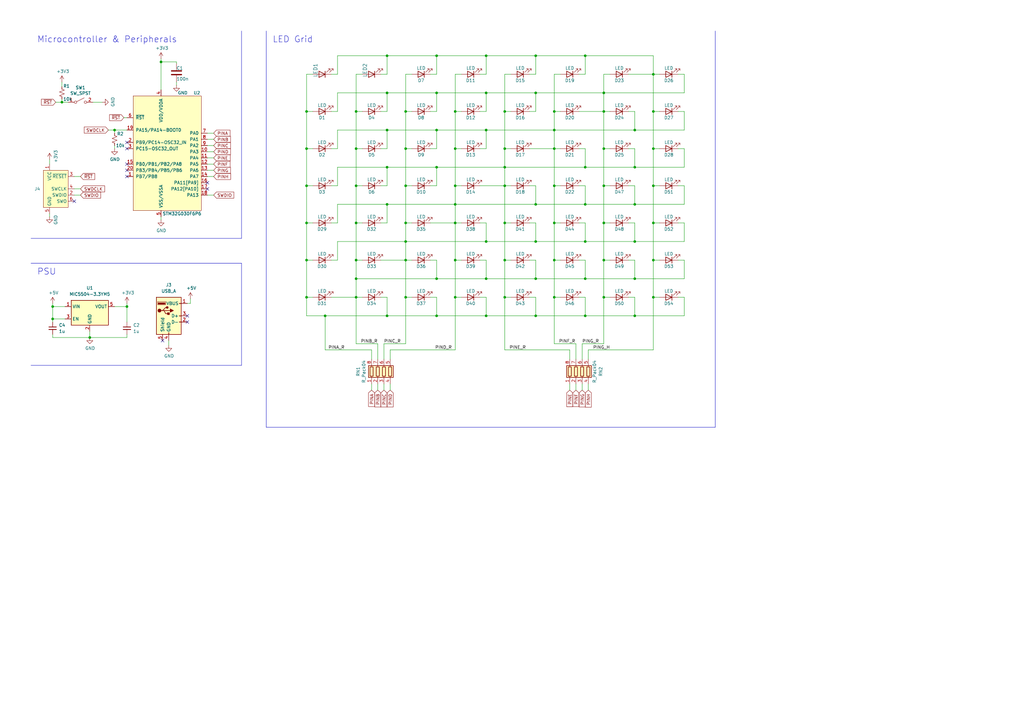
<source format=kicad_sch>
(kicad_sch (version 20230121) (generator eeschema)
  (paper "A3")
  (title_block (title "Business Card PCB") (date "2020-05-23") (rev "3"))
  (lib_symbols
    (symbol "Connector:Conn_ARM_SWD_TagConnect_TC2030" (in_bom no)
      (property "Reference" "J" (at 2.54 11.43 0))
      (property "Value" "Conn_ARM_SWD_TagConnect_TC2030" (at 5.08 8.89 0))
      (symbol "Conn_ARM_SWD_TagConnect_TC2030_0_0"
        (pin power_in line (at -2.54 10.16 270) (length 2.54) (name "VCC") (number "1"))
        (pin bidirectional line (at 7.62 -2.54 180) (length 2.54) (name "SWDIO") (number "2"))
        (pin open_collector line (at 7.62 5.08 180) (length 2.54) (name "~{RESET}") (number "3"))
        (pin output line (at 7.62 0 180) (length 2.54) (name "SWCLK") (number "4"))
        (pin power_in line (at -2.54 -10.16 90) (length 2.54) (name "GND") (number "5"))
        (pin input line (at 7.62 -5.08 180) (length 2.54) (name "SWO") (number "6"))
      )
    )
    (symbol "Connector:USB_A" (pin_names (offset 1.016))
      (property "Reference" "J" (at -5.08 11.43 0))
      (property "Value" "USB_A" (at -5.08 8.89 0))
      (symbol "USB_A_1_1"
        (pin power_in line (at 7.62 5.08 180) (length 2.54) (name "VBUS") (number "1"))
        (pin bidirectional line (at 7.62 -2.54 180) (length 2.54) (name "D-") (number "2"))
        (pin bidirectional line (at 7.62 0 180) (length 2.54) (name "D+") (number "3"))
        (pin power_in line (at 0 -10.16 90) (length 2.54) (name "GND") (number "4"))
        (pin passive line (at -2.54 -10.16 90) (length 2.54) (name "Shield") (number "5"))
      )
    )
    (symbol "Device:C" (pin_numbers hide) (pin_names (offset 0.254))
      (property "Reference" "C" (at 0.635 2.54 0))
      (property "Value" "C" (at 0.635 -2.54 0))
      (symbol "C_1_1"
        (pin passive line (at 0 3.81 270) (length 2.794) (name "~") (number "1"))
        (pin passive line (at 0 -3.81 90) (length 2.794) (name "~") (number "2"))
      )
    )
    (symbol "Device:C_Small" (pin_numbers hide) (pin_names (offset 0.254) hide)
      (property "Reference" "C" (at 0.254 1.778 0))
      (property "Value" "C_Small" (at 0.254 -2.032 0))
      (symbol "C_Small_1_1"
        (pin passive line (at 0 2.54 270) (length 2.032) (name "~") (number "1"))
        (pin passive line (at 0 -2.54 90) (length 2.032) (name "~") (number "2"))
      )
    )
    (symbol "Device:R_Pack04" (pin_names (offset 0) hide)
      (property "Reference" "RN" (at -7.62 0 90))
      (property "Value" "R_Pack04" (at 5.08 0 90))
      (symbol "R_Pack04_1_1"
        (pin passive line (at -5.08 -5.08 90) (length 2.54) (name "R1.1") (number "1"))
        (pin passive line (at -2.54 -5.08 90) (length 2.54) (name "R2.1") (number "2"))
        (pin passive line (at 0 -5.08 90) (length 2.54) (name "R3.1") (number "3"))
        (pin passive line (at 2.54 -5.08 90) (length 2.54) (name "R4.1") (number "4"))
        (pin passive line (at 2.54 5.08 270) (length 2.54) (name "R4.2") (number "5"))
        (pin passive line (at 0 5.08 270) (length 2.54) (name "R3.2") (number "6"))
        (pin passive line (at -2.54 5.08 270) (length 2.54) (name "R2.2") (number "7"))
        (pin passive line (at -5.08 5.08 270) (length 2.54) (name "R1.2") (number "8"))
      )
    )
    (symbol "Device:R_Small_US" (pin_numbers hide) (pin_names (offset 0.254) hide)
      (property "Reference" "R" (at 0.762 0.508 0))
      (property "Value" "R_Small_US" (at 0.762 -1.016 0))
      (symbol "R_Small_US_1_1"
        (pin passive line (at 0 2.54 270) (length 1.016) (name "~") (number "1"))
        (pin passive line (at 0 -2.54 90) (length 1.016) (name "~") (number "2"))
      )
    )
    (symbol "Kevin_Lutzer_Lbr:LED" (pin_numbers hide) (pin_names (offset 1.016) hide)
      (property "Reference" "D" (at 0 2.54 0))
      (property "Value" "LED" (at 0 -2.54 0))
      (symbol "LED_1_1"
        (pin passive line (at -3.81 0 0) (length 2.54) (name "K") (number "1"))
        (pin passive line (at 3.81 0 180) (length 2.54) (name "A") (number "2"))
      )
    )
    (symbol "Kevin_Lutzer_Lbr:STM32G030F6P6" (pin_names (offset 1.016))
      (property "Reference" "U" (at -12.7 25.4 0))
      (property "Value" "STM32G030F6P6" (at 6.35 -24.13 0))
      (symbol "STM32G030F6P6_1_1"
        (pin bidirectional line (at -16.51 -8.89 0) (length 2.54) (name "PB7/PB8") (number "1"))
        (pin bidirectional line (at 16.51 1.27 180) (length 2.54) (name "PA3") (number "10"))
        (pin bidirectional line (at 16.51 -1.27 180) (length 2.54) (name "PA4") (number "11"))
        (pin bidirectional line (at 16.51 -3.81 180) (length 2.54) (name "PA5") (number "12"))
        (pin bidirectional line (at 16.51 -6.35 180) (length 2.54) (name "PA6") (number "13"))
        (pin bidirectional line (at 16.51 -8.89 180) (length 2.54) (name "PA7") (number "14"))
        (pin bidirectional line (at -16.51 -3.81 0) (length 2.54) (name "PB0/PB1/PB2/PA8") (number "15"))
        (pin bidirectional line (at 16.51 -11.43 180) (length 2.54) (name "PA11[PA9]") (number "16"))
        (pin bidirectional line (at 16.51 -13.97 180) (length 2.54) (name "PA12[PA10]") (number "17"))
        (pin bidirectional line (at 16.51 -16.51 180) (length 2.54) (name "PA13") (number "18"))
        (pin bidirectional line (at -16.51 10.16 0) (length 2.54) (name "PA15/PA14-BOOT0") (number "19"))
        (pin bidirectional line (at -16.51 5.08 0) (length 2.54) (name "PB9/PC14-OSC32_IN") (number "2"))
        (pin bidirectional line (at -16.51 -6.35 0) (length 2.54) (name "PB3/PB4/PB5/PB6") (number "20"))
        (pin bidirectional line (at -16.51 2.54 0) (length 2.54) (name "PC15-OSC32_OUT") (number "3"))
        (pin power_in line (at -2.54 26.67 270) (length 2.54) (name "VDD/VDDA") (number "4"))
        (pin power_in line (at -2.54 -25.4 90) (length 2.54) (name "VSS/VSSA") (number "5"))
        (pin input line (at -16.51 15.24 0) (length 2.54) (name "~{RST}") (number "6"))
        (pin bidirectional line (at 16.51 8.89 180) (length 2.54) (name "PA0") (number "7"))
        (pin bidirectional line (at 16.51 6.35 180) (length 2.54) (name "PA1") (number "8"))
        (pin bidirectional line (at 16.51 3.81 180) (length 2.54) (name "PA2") (number "9"))
      )
    )
    (symbol "Regulator_Linear:MIC5504-3.3YM5"
      (property "Reference" "U" (at -7.62 8.89 0))
      (property "Value" "MIC5504-3.3YM5" (at -7.62 6.35 0))
      (symbol "MIC5504-3.3YM5_1_1"
        (pin power_in line (at -10.16 2.54 0) (length 2.54) (name "VIN") (number "1"))
        (pin power_in line (at 0 -7.62 90) (length 2.54) (name "GND") (number "2"))
        (pin input line (at -10.16 -2.54 0) (length 2.54) (name "EN") (number "3"))
        (pin no_connect line (at 7.62 -2.54 180) (length 2.54) hide (name "NC") (number "4"))
        (pin power_out line (at 10.16 2.54 180) (length 2.54) (name "VOUT") (number "5"))
      )
    )
    (symbol "Switch:SW_SPST" (pin_names (offset 0) hide)
      (property "Reference" "SW" (at 0 3.175 0))
      (property "Value" "SW_SPST" (at 0 -2.54 0))
      (symbol "SW_SPST_1_1"
        (pin passive line (at -5.08 0 0) (length 2.54) (name "A") (number "1"))
        (pin passive line (at 5.08 0 180) (length 2.54) (name "B") (number "2"))
      )
    )
    (symbol "business_card_v1-rescue:+3.3V-power" (power) (pin_names (offset 0))
      (property "Value" "+3.3V-power" (at 0 3.556 0))
      (symbol "+3.3V-power_1_1"
        (pin power_in line (at 0 0 90) (length 0) hide (name "+3V3") (number "1"))
      )
    )
    (symbol "power:+5V" (power) (pin_names (offset 0))
      (property "Value" "+5V" (at 0 3.556 0))
      (symbol "+5V_1_1"
        (pin power_in line (at 0 0 90) (length 0) hide (name "+5V") (number "1"))
      )
    )
    (symbol "power:GND" (power) (pin_names (offset 0))
      (property "Value" "GND" (at 0 -3.81 0))
      (symbol "GND_1_1"
        (pin power_in line (at 0 0 270) (length 0) hide (name "GND") (number "1"))
      )
    )
  )
  (junction (at 186.69 60.96))
  (junction (at 25.4 41.91))
  (junction (at 227.33 53.34))
  (junction (at 240.03 99.06))
  (junction (at 199.39 129.54))
  (junction (at 146.05 60.96))
  (junction (at 146.05 121.92))
  (junction (at 219.71 22.86))
  (junction (at 227.33 121.92))
  (junction (at 247.65 76.2))
  (junction (at 158.75 68.58))
  (junction (at 158.75 38.1))
  (junction (at 260.35 114.3))
  (junction (at 207.01 76.2))
  (junction (at 240.03 68.58))
  (junction (at 158.75 53.34))
  (junction (at 125.73 121.92))
  (junction (at 166.37 76.2))
  (junction (at 207.01 106.68))
  (junction (at 267.97 76.2))
  (junction (at 219.71 114.3))
  (junction (at 207.01 60.96))
  (junction (at 66.04 25.4))
  (junction (at 146.05 114.3))
  (junction (at 36.83 138.43))
  (junction (at 219.71 99.06))
  (junction (at 199.39 53.34))
  (junction (at 158.75 129.54))
  (junction (at 199.39 38.1))
  (junction (at 247.65 45.72))
  (junction (at 267.97 45.72))
  (junction (at 267.97 91.44))
  (junction (at 179.07 22.86))
  (junction (at 125.73 106.68))
  (junction (at 260.35 68.58))
  (junction (at 179.07 53.34))
  (junction (at 21.59 130.81))
  (junction (at 158.75 22.86))
  (junction (at 166.37 99.06))
  (junction (at 207.01 45.72))
  (junction (at 247.65 60.96))
  (junction (at 267.97 121.92))
  (junction (at 179.07 129.54))
  (junction (at 125.73 45.72))
  (junction (at 166.37 91.44))
  (junction (at 146.05 106.68))
  (junction (at 179.07 114.3))
  (junction (at 199.39 22.86))
  (junction (at 146.05 45.72))
  (junction (at 186.69 83.82))
  (junction (at 179.07 38.1))
  (junction (at 247.65 38.1))
  (junction (at 125.73 60.96))
  (junction (at 207.01 121.92))
  (junction (at 227.33 60.96))
  (junction (at 21.59 125.73))
  (junction (at 179.07 68.58))
  (junction (at 186.69 121.92))
  (junction (at 247.65 106.68))
  (junction (at 260.35 99.06))
  (junction (at 219.71 38.1))
  (junction (at 207.01 91.44))
  (junction (at 227.33 91.44))
  (junction (at 166.37 121.92))
  (junction (at 186.69 91.44))
  (junction (at 240.03 83.82))
  (junction (at 186.69 45.72))
  (junction (at 227.33 106.68))
  (junction (at 247.65 121.92))
  (junction (at 186.69 106.68))
  (junction (at 186.69 76.2))
  (junction (at 125.73 76.2))
  (junction (at 125.73 91.44))
  (junction (at 166.37 60.96))
  (junction (at 219.71 129.54))
  (junction (at 146.05 91.44))
  (junction (at 240.03 114.3))
  (junction (at 133.35 129.54))
  (junction (at 247.65 91.44))
  (junction (at 146.05 76.2))
  (junction (at 260.35 53.34))
  (junction (at 227.33 76.2))
  (junction (at 260.35 83.82))
  (junction (at 227.33 45.72))
  (junction (at 240.03 22.86))
  (junction (at 46.99 53.34))
  (junction (at 267.97 30.48))
  (junction (at 240.03 129.54))
  (junction (at 260.35 129.54))
  (junction (at 158.75 83.82))
  (junction (at 166.37 106.68))
  (junction (at 219.71 83.82))
  (junction (at 207.01 68.58))
  (junction (at 52.07 125.73))
  (junction (at 199.39 99.06))
  (junction (at 166.37 45.72))
  (junction (at 267.97 60.96))
  (junction (at 199.39 114.3))
  (junction (at 267.97 106.68))
  (no_connect (at 52.07 67.31))
  (no_connect (at 52.07 69.85))
  (no_connect (at 85.09 74.93))
  (no_connect (at 85.09 77.47))
  (no_connect (at 30.48 82.55))
  (no_connect (at 52.07 58.42))
  (no_connect (at 52.07 60.96))
  (no_connect (at 52.07 72.39))
  (no_connect (at 76.835 129.54))
  (no_connect (at 76.835 132.08))
  (no_connect (at 66.675 139.7))
  (wire (pts (xy 196.85 30.48) (xy 199.39 30.48)))
  (wire (pts (xy 135.89 30.48) (xy 138.43 30.48)))
  (wire (pts (xy 125.73 129.54) (xy 125.73 121.92)))
  (wire (pts (xy 199.39 106.68) (xy 199.39 114.3)))
  (wire (pts (xy 240.03 114.3) (xy 260.35 114.3)))
  (wire (pts (xy 196.85 106.68) (xy 199.39 106.68)))
  (wire (pts (xy 240.03 30.48) (xy 240.03 22.86)))
  (wire (pts (xy 179.07 68.58) (xy 207.01 68.58)))
  (wire (pts (xy 138.43 53.34) (xy 158.75 53.34)))
  (wire (pts (xy 133.35 129.54) (xy 158.75 129.54)))
  (wire (pts (xy 85.09 64.77) (xy 87.63 64.77)))
  (wire (pts (xy 38.1 41.91) (xy 41.91 41.91)))
  (wire (pts (xy 156.21 91.44) (xy 158.75 91.44)))
  (wire (pts (xy 157.48 140.97) (xy 166.37 140.97)))
  (wire (pts (xy 270.51 76.2) (xy 267.97 76.2)))
  (wire (pts (xy 166.37 140.97) (xy 166.37 121.92)))
  (wire (pts (xy 207.01 68.58) (xy 240.03 68.58)))
  (wire (pts (xy 280.67 106.68) (xy 278.13 106.68)))
  (wire (pts (xy 158.75 83.82) (xy 186.69 83.82)))
  (wire (pts (xy 179.07 38.1) (xy 199.39 38.1)))
  (wire (pts (xy 158.75 129.54) (xy 179.07 129.54)))
  (wire (pts (xy 267.97 60.96) (xy 267.97 76.2)))
  (wire (pts (xy 25.4 41.91) (xy 22.86 41.91)))
  (wire (pts (xy 257.81 121.92) (xy 260.35 121.92)))
  (wire (pts (xy 156.21 45.72) (xy 158.75 45.72)))
  (wire (pts (xy 227.33 53.34) (xy 260.35 53.34)))
  (wire (pts (xy 250.19 91.44) (xy 247.65 91.44)))
  (wire (pts (xy 260.35 114.3) (xy 280.67 114.3)))
  (wire (pts (xy 267.97 106.68) (xy 267.97 121.92)))
  (wire (pts (xy 240.03 91.44) (xy 240.03 99.06)))
  (wire (pts (xy 280.67 91.44) (xy 278.13 91.44)))
  (wire (pts (xy 138.43 83.82) (xy 158.75 83.82)))
  (wire (pts (xy 135.89 121.92) (xy 146.05 121.92)))
  (wire (pts (xy 217.17 76.2) (xy 219.71 76.2)))
  (wire (pts (xy 196.85 60.96) (xy 199.39 60.96)))
  (wire (pts (xy 166.37 30.48) (xy 166.37 45.72)))
  (wire (pts (xy 241.3 160.02) (xy 241.3 157.48)))
  (wire (pts (xy 152.4 147.32) (xy 152.4 143.51)))
  (wire (pts (xy 179.07 45.72) (xy 179.07 38.1)))
  (wire (pts (xy 186.69 91.44) (xy 186.69 106.68)))
  (wire (pts (xy 148.59 76.2) (xy 146.05 76.2)))
  (wire (pts (xy 138.43 30.48) (xy 138.43 22.86)))
  (wire (pts (xy 247.65 38.1) (xy 280.67 38.1)))
  (wire (pts (xy 280.67 83.82) (xy 280.67 76.2)))
  (wire (pts (xy 250.19 60.96) (xy 247.65 60.96)))
  (wire (pts (xy 219.71 129.54) (xy 240.03 129.54)))
  (wire (pts (xy 257.81 45.72) (xy 260.35 45.72)))
  (wire (pts (xy 280.67 68.58) (xy 280.67 60.96)))
  (wire (pts (xy 229.87 76.2) (xy 227.33 76.2)))
  (wire (pts (xy 257.81 91.44) (xy 260.35 91.44)))
  (wire (pts (xy 138.43 45.72) (xy 138.43 38.1)))
  (wire (pts (xy 280.67 121.92) (xy 278.13 121.92)))
  (polyline (pts (xy 99.06 107.95) (xy 99.06 149.86)))
  (wire (pts (xy 179.07 60.96) (xy 176.53 60.96)))
  (wire (pts (xy 238.76 157.48) (xy 238.76 160.02)))
  (wire (pts (xy 219.71 30.48) (xy 219.71 22.86)))
  (wire (pts (xy 238.76 140.97) (xy 247.65 140.97)))
  (wire (pts (xy 133.35 129.54) (xy 125.73 129.54)))
  (wire (pts (xy 135.89 76.2) (xy 138.43 76.2)))
  (wire (pts (xy 247.65 91.44) (xy 247.65 106.68)))
  (wire (pts (xy 233.68 157.48) (xy 233.68 160.02)))
  (wire (pts (xy 85.09 80.01) (xy 87.63 80.01)))
  (wire (pts (xy 270.51 121.92) (xy 267.97 121.92)))
  (wire (pts (xy 257.81 60.96) (xy 260.35 60.96)))
  (wire (pts (xy 160.02 147.32) (xy 160.02 143.51)))
  (wire (pts (xy 146.05 106.68) (xy 146.05 114.3)))
  (wire (pts (xy 247.65 30.48) (xy 250.19 30.48)))
  (wire (pts (xy 267.97 30.48) (xy 270.51 30.48)))
  (wire (pts (xy 125.73 60.96) (xy 125.73 76.2)))
  (wire (pts (xy 260.35 76.2) (xy 260.35 83.82)))
  (wire (pts (xy 196.85 121.92) (xy 199.39 121.92)))
  (wire (pts (xy 179.07 76.2) (xy 179.07 68.58)))
  (wire (pts (xy 158.75 45.72) (xy 158.75 38.1)))
  (wire (pts (xy 219.71 99.06) (xy 240.03 99.06)))
  (wire (pts (xy 166.37 76.2) (xy 166.37 91.44)))
  (wire (pts (xy 189.23 60.96) (xy 186.69 60.96)))
  (wire (pts (xy 166.37 45.72) (xy 168.91 45.72)))
  (wire (pts (xy 189.23 76.2) (xy 186.69 76.2)))
  (wire (pts (xy 217.17 60.96) (xy 227.33 60.96)))
  (wire (pts (xy 146.05 91.44) (xy 146.05 106.68)))
  (wire (pts (xy 158.75 91.44) (xy 158.75 83.82)))
  (wire (pts (xy 241.3 147.32) (xy 241.3 143.51)))
  (wire (pts (xy 219.71 76.2) (xy 219.71 83.82)))
  (wire (pts (xy 146.05 91.44) (xy 148.59 91.44)))
  (wire (pts (xy 233.68 147.32) (xy 233.68 143.51)))
  (polyline (pts (xy 12.7 97.79) (xy 99.06 97.79)))
  (wire (pts (xy 21.59 137.16) (xy 21.59 138.43)))
  (wire (pts (xy 241.3 143.51) (xy 267.97 143.51)))
  (wire (pts (xy 237.49 106.68) (xy 240.03 106.68)))
  (wire (pts (xy 20.32 65.405) (xy 20.32 67.31)))
  (wire (pts (xy 146.05 140.97) (xy 146.05 121.92)))
  (wire (pts (xy 227.33 91.44) (xy 227.33 106.68)))
  (wire (pts (xy 237.49 30.48) (xy 240.03 30.48)))
  (wire (pts (xy 152.4 143.51) (xy 133.35 143.51)))
  (wire (pts (xy 229.87 91.44) (xy 227.33 91.44)))
  (wire (pts (xy 146.05 45.72) (xy 148.59 45.72)))
  (wire (pts (xy 26.67 130.81) (xy 21.59 130.81)))
  (wire (pts (xy 166.37 99.06) (xy 166.37 106.68)))
  (wire (pts (xy 219.71 38.1) (xy 247.65 38.1)))
  (wire (pts (xy 21.59 130.81) (xy 21.59 132.08)))
  (wire (pts (xy 138.43 22.86) (xy 158.75 22.86)))
  (wire (pts (xy 176.53 91.44) (xy 186.69 91.44)))
  (wire (pts (xy 46.99 53.34) (xy 46.99 54.61)))
  (wire (pts (xy 227.33 76.2) (xy 227.33 91.44)))
  (wire (pts (xy 186.69 106.68) (xy 186.69 121.92)))
  (wire (pts (xy 219.71 83.82) (xy 240.03 83.82)))
  (wire (pts (xy 209.55 91.44) (xy 207.01 91.44)))
  (wire (pts (xy 46.99 53.34) (xy 52.07 53.34)))
  (wire (pts (xy 247.65 121.92) (xy 247.65 140.97)))
  (wire (pts (xy 69.215 139.7) (xy 69.215 141.605)))
  (wire (pts (xy 146.05 30.48) (xy 148.59 30.48)))
  (wire (pts (xy 207.01 106.68) (xy 209.55 106.68)))
  (wire (pts (xy 250.19 106.68) (xy 247.65 106.68)))
  (wire (pts (xy 240.03 60.96) (xy 240.03 68.58)))
  (wire (pts (xy 227.33 106.68) (xy 227.33 121.92)))
  (wire (pts (xy 154.94 147.32) (xy 154.94 140.97)))
  (wire (pts (xy 135.89 45.72) (xy 138.43 45.72)))
  (wire (pts (xy 186.69 76.2) (xy 186.69 83.82)))
  (wire (pts (xy 270.51 45.72) (xy 267.97 45.72)))
  (wire (pts (xy 30.48 80.01) (xy 33.02 80.01)))
  (wire (pts (xy 237.49 91.44) (xy 240.03 91.44)))
  (wire (pts (xy 52.07 125.73) (xy 52.07 132.08)))
  (wire (pts (xy 168.91 106.68) (xy 166.37 106.68)))
  (wire (pts (xy 247.65 38.1) (xy 247.65 45.72)))
  (wire (pts (xy 21.59 138.43) (xy 36.83 138.43)))
  (wire (pts (xy 176.53 121.92) (xy 179.07 121.92)))
  (wire (pts (xy 179.07 53.34) (xy 199.39 53.34)))
  (wire (pts (xy 85.09 57.15) (xy 87.63 57.15)))
  (wire (pts (xy 21.59 125.73) (xy 21.59 130.81)))
  (wire (pts (xy 196.85 45.72) (xy 199.39 45.72)))
  (wire (pts (xy 217.17 91.44) (xy 219.71 91.44)))
  (wire (pts (xy 138.43 38.1) (xy 158.75 38.1)))
  (wire (pts (xy 85.09 54.61) (xy 87.63 54.61)))
  (wire (pts (xy 280.67 114.3) (xy 280.67 106.68)))
  (wire (pts (xy 36.83 138.43) (xy 36.83 135.89)))
  (wire (pts (xy 179.07 30.48) (xy 179.07 22.86)))
  (wire (pts (xy 158.75 30.48) (xy 158.75 22.86)))
  (wire (pts (xy 78.105 124.46) (xy 78.105 122.555)))
  (wire (pts (xy 240.03 83.82) (xy 260.35 83.82)))
  (wire (pts (xy 176.53 45.72) (xy 179.07 45.72)))
  (wire (pts (xy 125.73 121.92) (xy 128.27 121.92)))
  (wire (pts (xy 207.01 30.48) (xy 207.01 45.72)))
  (wire (pts (xy 160.02 160.02) (xy 160.02 157.48)))
  (wire (pts (xy 176.53 106.68) (xy 179.07 106.68)))
  (wire (pts (xy 85.09 59.69) (xy 87.63 59.69)))
  (wire (pts (xy 207.01 106.68) (xy 207.01 121.92)))
  (wire (pts (xy 158.75 76.2) (xy 158.75 68.58)))
  (wire (pts (xy 85.09 69.85) (xy 87.63 69.85)))
  (wire (pts (xy 146.05 76.2) (xy 146.05 91.44)))
  (wire (pts (xy 135.89 60.96) (xy 138.43 60.96)))
  (wire (pts (xy 199.39 114.3) (xy 219.71 114.3)))
  (polyline (pts (xy 12.7 107.95) (xy 99.06 107.95)))
  (wire (pts (xy 199.39 91.44) (xy 199.39 99.06)))
  (wire (pts (xy 135.89 91.44) (xy 138.43 91.44)))
  (wire (pts (xy 260.35 60.96) (xy 260.35 68.58)))
  (wire (pts (xy 186.69 83.82) (xy 186.69 91.44)))
  (wire (pts (xy 186.69 45.72) (xy 186.69 60.96)))
  (wire (pts (xy 260.35 45.72) (xy 260.35 53.34)))
  (wire (pts (xy 133.35 129.54) (xy 133.35 143.51)))
  (wire (pts (xy 240.03 76.2) (xy 240.03 83.82)))
  (wire (pts (xy 247.65 60.96) (xy 247.65 76.2)))
  (wire (pts (xy 196.85 91.44) (xy 199.39 91.44)))
  (wire (pts (xy 146.05 114.3) (xy 146.05 121.92)))
  (wire (pts (xy 227.33 53.34) (xy 227.33 60.96)))
  (wire (pts (xy 227.33 106.68) (xy 229.87 106.68)))
  (wire (pts (xy 21.59 124.46) (xy 21.59 125.73)))
  (wire (pts (xy 199.39 45.72) (xy 199.39 38.1)))
  (wire (pts (xy 280.67 99.06) (xy 280.67 91.44)))
  (wire (pts (xy 260.35 121.92) (xy 260.35 129.54)))
  (wire (pts (xy 166.37 91.44) (xy 166.37 99.06)))
  (wire (pts (xy 50.8 48.26) (xy 52.07 48.26)))
  (wire (pts (xy 267.97 76.2) (xy 267.97 91.44)))
  (wire (pts (xy 199.39 38.1) (xy 219.71 38.1)))
  (wire (pts (xy 44.45 53.34) (xy 46.99 53.34)))
  (wire (pts (xy 166.37 45.72) (xy 166.37 60.96)))
  (wire (pts (xy 209.55 76.2) (xy 207.01 76.2)))
  (wire (pts (xy 207.01 60.96) (xy 207.01 68.58)))
  (wire (pts (xy 257.81 106.68) (xy 260.35 106.68)))
  (wire (pts (xy 260.35 99.06) (xy 280.67 99.06)))
  (wire (pts (xy 156.21 30.48) (xy 158.75 30.48)))
  (wire (pts (xy 168.91 121.92) (xy 166.37 121.92)))
  (wire (pts (xy 25.4 40.64) (xy 25.4 41.91)))
  (wire (pts (xy 125.73 60.96) (xy 128.27 60.96)))
  (wire (pts (xy 146.05 45.72) (xy 146.05 60.96)))
  (wire (pts (xy 85.09 72.39) (xy 87.63 72.39)))
  (wire (pts (xy 125.73 76.2) (xy 125.73 91.44)))
  (wire (pts (xy 186.69 30.48) (xy 186.69 45.72)))
  (wire (pts (xy 125.73 45.72) (xy 125.73 60.96)))
  (wire (pts (xy 125.73 30.48) (xy 125.73 45.72)))
  (wire (pts (xy 138.43 106.68) (xy 138.43 99.06)))
  (wire (pts (xy 280.67 30.48) (xy 278.13 30.48)))
  (wire (pts (xy 52.07 137.16) (xy 52.07 138.43)))
  (wire (pts (xy 267.97 30.48) (xy 267.97 45.72)))
  (wire (pts (xy 217.17 45.72) (xy 219.71 45.72)))
  (wire (pts (xy 270.51 91.44) (xy 267.97 91.44)))
  (wire (pts (xy 154.94 160.02) (xy 154.94 157.48)))
  (wire (pts (xy 138.43 99.06) (xy 166.37 99.06)))
  (wire (pts (xy 219.71 114.3) (xy 240.03 114.3)))
  (wire (pts (xy 52.07 125.73) (xy 46.99 125.73)))
  (wire (pts (xy 240.03 129.54) (xy 260.35 129.54)))
  (polyline (pts (xy 99.06 97.79) (xy 99.06 12.7)))
  (wire (pts (xy 247.65 106.68) (xy 247.65 121.92)))
  (wire (pts (xy 179.07 114.3) (xy 199.39 114.3)))
  (wire (pts (xy 227.33 30.48) (xy 229.87 30.48)))
  (wire (pts (xy 186.69 30.48) (xy 189.23 30.48)))
  (wire (pts (xy 260.35 68.58) (xy 280.67 68.58)))
  (wire (pts (xy 199.39 121.92) (xy 199.39 129.54)))
  (wire (pts (xy 26.67 125.73) (xy 21.59 125.73)))
  (wire (pts (xy 199.39 22.86) (xy 219.71 22.86)))
  (wire (pts (xy 237.49 121.92) (xy 240.03 121.92)))
  (wire (pts (xy 209.55 60.96) (xy 207.01 60.96)))
  (wire (pts (xy 156.21 106.68) (xy 166.37 106.68)))
  (wire (pts (xy 179.07 60.96) (xy 179.07 53.34)))
  (wire (pts (xy 280.67 76.2) (xy 278.13 76.2)))
  (wire (pts (xy 166.37 60.96) (xy 168.91 60.96)))
  (wire (pts (xy 207.01 91.44) (xy 207.01 106.68)))
  (wire (pts (xy 66.04 90.17) (xy 66.04 88.9)))
  (wire (pts (xy 168.91 76.2) (xy 166.37 76.2)))
  (wire (pts (xy 179.07 22.86) (xy 199.39 22.86)))
  (wire (pts (xy 166.37 91.44) (xy 168.91 91.44)))
  (wire (pts (xy 146.05 60.96) (xy 146.05 76.2)))
  (wire (pts (xy 219.71 45.72) (xy 219.71 38.1)))
  (wire (pts (xy 176.53 30.48) (xy 179.07 30.48)))
  (wire (pts (xy 219.71 22.86) (xy 240.03 22.86)))
  (wire (pts (xy 179.07 106.68) (xy 179.07 114.3)))
  (wire (pts (xy 125.73 30.48) (xy 128.27 30.48)))
  (wire (pts (xy 240.03 68.58) (xy 260.35 68.58)))
  (wire (pts (xy 186.69 83.82) (xy 219.71 83.82)))
  (wire (pts (xy 237.49 45.72) (xy 247.65 45.72)))
  (wire (pts (xy 199.39 53.34) (xy 227.33 53.34)))
  (wire (pts (xy 280.67 53.34) (xy 280.67 45.72)))
  (wire (pts (xy 128.27 76.2) (xy 125.73 76.2)))
  (wire (pts (xy 270.51 106.68) (xy 267.97 106.68)))
  (wire (pts (xy 66.04 24.13) (xy 66.04 25.4)))
  (wire (pts (xy 128.27 91.44) (xy 125.73 91.44)))
  (wire (pts (xy 146.05 60.96) (xy 148.59 60.96)))
  (wire (pts (xy 66.04 25.4) (xy 66.04 36.83)))
  (wire (pts (xy 186.69 143.51) (xy 186.69 121.92)))
  (wire (pts (xy 30.48 77.47) (xy 33.02 77.47)))
  (wire (pts (xy 260.35 53.34) (xy 280.67 53.34)))
  (wire (pts (xy 267.97 22.86) (xy 267.97 30.48)))
  (wire (pts (xy 260.35 83.82) (xy 280.67 83.82)))
  (wire (pts (xy 156.21 60.96) (xy 158.75 60.96)))
  (wire (pts (xy 280.67 60.96) (xy 278.13 60.96)))
  (wire (pts (xy 227.33 121.92) (xy 227.33 140.97)))
  (wire (pts (xy 186.69 91.44) (xy 189.23 91.44)))
  (wire (pts (xy 36.83 138.43) (xy 52.07 138.43)))
  (wire (pts (xy 157.48 147.32) (xy 157.48 140.97)))
  (wire (pts (xy 267.97 45.72) (xy 267.97 60.96)))
  (wire (pts (xy 267.97 121.92) (xy 267.97 143.51)))
  (wire (pts (xy 219.71 106.68) (xy 219.71 114.3)))
  (wire (pts (xy 189.23 121.92) (xy 186.69 121.92)))
  (polyline (pts (xy 99.06 149.86) (xy 12.7 149.86)))
  (wire (pts (xy 227.33 45.72) (xy 229.87 45.72)))
  (wire (pts (xy 227.33 121.92) (xy 229.87 121.92)))
  (wire (pts (xy 196.85 76.2) (xy 207.01 76.2)))
  (wire (pts (xy 25.4 33.655) (xy 25.4 35.56)))
  (wire (pts (xy 217.17 121.92) (xy 219.71 121.92)))
  (wire (pts (xy 236.22 140.97) (xy 227.33 140.97)))
  (wire (pts (xy 87.63 62.23) (xy 85.09 62.23)))
  (wire (pts (xy 156.21 121.92) (xy 158.75 121.92)))
  (wire (pts (xy 280.67 45.72) (xy 278.13 45.72)))
  (wire (pts (xy 158.75 121.92) (xy 158.75 129.54)))
  (wire (pts (xy 250.19 76.2) (xy 247.65 76.2)))
  (wire (pts (xy 46.99 60.96) (xy 46.99 59.69)))
  (wire (pts (xy 158.75 38.1) (xy 179.07 38.1)))
  (wire (pts (xy 238.76 147.32) (xy 238.76 140.97)))
  (wire (pts (xy 219.71 121.92) (xy 219.71 129.54)))
  (wire (pts (xy 154.94 140.97) (xy 146.05 140.97)))
  (wire (pts (xy 280.67 129.54) (xy 280.67 121.92)))
  (wire (pts (xy 257.81 76.2) (xy 260.35 76.2)))
  (wire (pts (xy 25.4 41.91) (xy 27.94 41.91)))
  (wire (pts (xy 260.35 106.68) (xy 260.35 114.3)))
  (wire (pts (xy 158.75 53.34) (xy 179.07 53.34)))
  (wire (pts (xy 267.97 91.44) (xy 267.97 106.68)))
  (wire (pts (xy 125.73 106.68) (xy 128.27 106.68)))
  (wire (pts (xy 72.39 25.4) (xy 72.39 26.035)))
  (wire (pts (xy 247.65 45.72) (xy 250.19 45.72)))
  (wire (pts (xy 217.17 30.48) (xy 219.71 30.48)))
  (wire (pts (xy 207.01 121.92) (xy 209.55 121.92)))
  (wire (pts (xy 199.39 99.06) (xy 219.71 99.06)))
  (wire (pts (xy 260.35 129.54) (xy 280.67 129.54)))
  (wire (pts (xy 233.68 143.51) (xy 207.01 143.51)))
  (wire (pts (xy 207.01 76.2) (xy 207.01 91.44)))
  (wire (pts (xy 199.39 30.48) (xy 199.39 22.86)))
  (wire (pts (xy 247.65 45.72) (xy 247.65 60.96)))
  (wire (pts (xy 207.01 121.92) (xy 207.01 143.51)))
  (wire (pts (xy 166.37 99.06) (xy 199.39 99.06)))
  (wire (pts (xy 146.05 106.68) (xy 148.59 106.68)))
  (wire (pts (xy 186.69 60.96) (xy 186.69 76.2)))
  (wire (pts (xy 260.35 91.44) (xy 260.35 99.06)))
  (wire (pts (xy 156.21 76.2) (xy 158.75 76.2)))
  (wire (pts (xy 236.22 147.32) (xy 236.22 140.97)))
  (wire (pts (xy 166.37 30.48) (xy 168.91 30.48)))
  (wire (pts (xy 247.65 30.48) (xy 247.65 38.1)))
  (wire (pts (xy 158.75 22.86) (xy 179.07 22.86)))
  (wire (pts (xy 138.43 76.2) (xy 138.43 68.58)))
  (wire (pts (xy 189.23 45.72) (xy 186.69 45.72)))
  (wire (pts (xy 66.04 25.4) (xy 72.39 25.4)))
  (wire (pts (xy 207.01 45.72) (xy 209.55 45.72)))
  (wire (pts (xy 240.03 99.06) (xy 260.35 99.06)))
  (wire (pts (xy 227.33 60.96) (xy 227.33 76.2)))
  (wire (pts (xy 270.51 60.96) (xy 267.97 60.96)))
  (wire (pts (xy 30.48 72.39) (xy 33.02 72.39)))
  (wire (pts (xy 250.19 121.92) (xy 247.65 121.92)))
  (wire (pts (xy 280.67 38.1) (xy 280.67 30.48)))
  (wire (pts (xy 217.17 106.68) (xy 219.71 106.68)))
  (wire (pts (xy 158.75 60.96) (xy 158.75 53.34)))
  (wire (pts (xy 227.33 45.72) (xy 227.33 53.34)))
  (wire (pts (xy 146.05 121.92) (xy 148.59 121.92)))
  (wire (pts (xy 247.65 76.2) (xy 247.65 91.44)))
  (wire (pts (xy 125.73 91.44) (xy 125.73 106.68)))
  (wire (pts (xy 166.37 60.96) (xy 166.37 76.2)))
  (wire (pts (xy 207.01 45.72) (xy 207.01 60.96)))
  (wire (pts (xy 166.37 106.68) (xy 166.37 121.92)))
  (wire (pts (xy 176.53 76.2) (xy 179.07 76.2)))
  (wire (pts (xy 227.33 30.48) (xy 227.33 45.72)))
  (wire (pts (xy 146.05 114.3) (xy 179.07 114.3)))
  (wire (pts (xy 240.03 121.92) (xy 240.03 129.54)))
  (wire (pts (xy 135.89 106.68) (xy 138.43 106.68)))
  (wire (pts (xy 138.43 60.96) (xy 138.43 53.34)))
  (wire (pts (xy 237.49 76.2) (xy 240.03 76.2)))
  (wire (pts (xy 207.01 68.58) (xy 207.01 76.2)))
  (wire (pts (xy 207.01 30.48) (xy 209.55 30.48)))
  (polyline (pts (xy 109.22 12.7) (xy 109.22 175.26)))
  (wire (pts (xy 199.39 60.96) (xy 199.39 53.34)))
  (wire (pts (xy 229.87 60.96) (xy 227.33 60.96)))
  (wire (pts (xy 160.02 143.51) (xy 186.69 143.51)))
  (wire (pts (xy 240.03 106.68) (xy 240.03 114.3)))
  (wire (pts (xy 76.835 124.46) (xy 78.105 124.46)))
  (wire (pts (xy 219.71 91.44) (xy 219.71 99.06)))
  (wire (pts (xy 72.39 33.655) (xy 72.39 34.925)))
  (wire (pts (xy 199.39 129.54) (xy 219.71 129.54)))
  (wire (pts (xy 146.05 30.48) (xy 146.05 45.72)))
  (wire (pts (xy 52.07 125.73) (xy 52.07 124.46)))
  (wire (pts (xy 240.03 22.86) (xy 267.97 22.86)))
  (wire (pts (xy 152.4 160.02) (xy 152.4 157.48)))
  (wire (pts (xy 125.73 106.68) (xy 125.73 121.92)))
  (wire (pts (xy 179.07 129.54) (xy 199.39 129.54)))
  (wire (pts (xy 157.48 160.02) (xy 157.48 157.48)))
  (wire (pts (xy 236.22 160.02) (xy 236.22 157.48)))
  (wire (pts (xy 158.75 68.58) (xy 179.07 68.58)))
  (polyline (pts (xy 109.22 175.26) (xy 293.37 175.26)))
  (wire (pts (xy 237.49 60.96) (xy 240.03 60.96)))
  (wire (pts (xy 125.73 45.72) (xy 128.27 45.72)))
  (wire (pts (xy 20.32 87.63) (xy 20.32 88.9)))
  (wire (pts (xy 257.81 30.48) (xy 267.97 30.48)))
  (wire (pts (xy 138.43 91.44) (xy 138.43 83.82)))
  (wire (pts (xy 179.07 121.92) (xy 179.07 129.54)))
  (polyline (pts (xy 293.37 175.26) (xy 293.37 12.7)))
  (wire (pts (xy 138.43 68.58) (xy 158.75 68.58)))
  (wire (pts (xy 189.23 106.68) (xy 186.69 106.68)))
  (wire (pts (xy 87.63 67.31) (xy 85.09 67.31)))
  (text "Microcontroller & Peripherals" (at 15.24 17.78 0) (effects (font (size 2.54 2.54)) (justify left bottom)))
  (text "PSU" (at 15.24 113.03 0) (effects (font (size 2.54 2.54)) (justify left bottom)))
  (text "LED Grid" (at 111.76 17.78 0) (effects (font (size 2.54 2.54)) (justify left bottom)))
  (label "PINF_R" (at 229.235 140.97 0))
  (label "PIND_R" (at 178.435 143.51 0))
  (label "PING_R" (at 238.76 140.97 0))
  (label "PINA_R" (at 134.62 143.51 0))
  (label "PINE_R" (at 208.915 143.51 0))
  (label "PING_H" (at 243.205 143.51 0))
  (label "PINB_R" (at 147.955 140.97 0))
  (label "PINC_R" (at 157.48 140.97 0))
  (global_label "SWDCLK" (shape input) (at 44.45 53.34 180) (property "Intersheetrefs" "${INTERSHEET_REFS}" (effects hide)))
  (global_label "PINF" (shape input) (at 87.63 67.31 0) (property "Intersheetrefs" "${INTERSHEET_REFS}" (effects hide)))
  (global_label "PINE" (shape input) (at 87.63 64.77 0) (property "Intersheetrefs" "${INTERSHEET_REFS}" (effects hide)))
  (global_label "~{RST}" (shape input) (at 33.02 72.39 0) (property "Intersheetrefs" "${INTERSHEET_REFS}" (effects hide)))
  (global_label "PING" (shape input) (at 238.76 160.02 270) (property "Intersheetrefs" "${INTERSHEET_REFS}" (effects hide)))
  (global_label "PINC" (shape input) (at 157.48 160.02 270) (property "Intersheetrefs" "${INTERSHEET_REFS}" (effects hide)))
  (global_label "SWDIO" (shape input) (at 87.63 80.01 0) (property "Intersheetrefs" "${INTERSHEET_REFS}" (effects hide)))
  (global_label "PIND" (shape input) (at 160.02 160.02 270) (property "Intersheetrefs" "${INTERSHEET_REFS}" (effects hide)))
  (global_label "SWDCLK" (shape input) (at 33.02 77.47 0) (property "Intersheetrefs" "${INTERSHEET_REFS}" (effects hide)))
  (global_label "PINA" (shape input) (at 87.63 54.61 0) (property "Intersheetrefs" "${INTERSHEET_REFS}" (effects hide)))
  (global_label "PINA" (shape input) (at 152.4 160.02 270) (property "Intersheetrefs" "${INTERSHEET_REFS}" (effects hide)))
  (global_label "PINC" (shape input) (at 87.63 59.69 0) (property "Intersheetrefs" "${INTERSHEET_REFS}" (effects hide)))
  (global_label "PIND" (shape input) (at 87.63 62.23 0) (property "Intersheetrefs" "${INTERSHEET_REFS}" (effects hide)))
  (global_label "PINB" (shape input) (at 154.94 160.02 270) (property "Intersheetrefs" "${INTERSHEET_REFS}" (effects hide)))
  (global_label "PINE" (shape input) (at 233.68 160.02 270) (property "Intersheetrefs" "${INTERSHEET_REFS}" (effects hide)))
  (global_label "~{RST}" (shape input) (at 22.86 41.91 180) (property "Intersheetrefs" "${INTERSHEET_REFS}" (effects hide)))
  (global_label "PING" (shape input) (at 87.63 69.85 0) (property "Intersheetrefs" "${INTERSHEET_REFS}" (effects hide)))
  (global_label "PINB" (shape input) (at 87.63 57.15 0) (property "Intersheetrefs" "${INTERSHEET_REFS}" (effects hide)))
  (global_label "PINH" (shape input) (at 241.3 160.02 270) (property "Intersheetrefs" "${INTERSHEET_REFS}" (effects hide)))
  (global_label "SWDIO" (shape input) (at 33.02 80.01 0) (property "Intersheetrefs" "${INTERSHEET_REFS}" (effects hide)))
  (global_label "PINF" (shape input) (at 236.22 160.02 270) (property "Intersheetrefs" "${INTERSHEET_REFS}" (effects hide)))
  (global_label "PINH" (shape input) (at 87.63 72.39 0) (property "Intersheetrefs" "${INTERSHEET_REFS}" (effects hide)))
  (global_label "~{RST}" (shape input) (at 50.8 48.26 180) (property "Intersheetrefs" "${INTERSHEET_REFS}" (effects hide)))
  (symbol (lib_id "Kevin_Lutzer_Lbr:LED") (at 152.4 30.48 180) (unit 1)
    (property "Reference" "LED2" (at 148.844 25.908 90) (effects (font (size 1.4986 1.4986)) (justify left bottom)))
    (property "Value" "LEDCHIPLED_0805" (effects hide))
    (property "Footprint" "Diode_SMD:D_0805_2012Metric" (effects hide))
  )
  (symbol (lib_id "Kevin_Lutzer_Lbr:LED") (at 254 30.48 180) (unit 1)
    (property "Reference" "D23" (at 254 33.02 0))
    (property "Value" "LED" (at 254 27.94 0))
    (property "Footprint" "Diode_SMD:D_0805_2012Metric" (effects hide))
  )
  (symbol (lib_id "Kevin_Lutzer_Lbr:LED") (at 152.4 60.96 180) (unit 1)
    (property "Reference" "D5" (at 152.4 63.5 0))
    (property "Value" "LED" (at 152.4 58.42 0))
    (property "Footprint" "Diode_SMD:D_0805_2012Metric" (effects hide))
  )
  (symbol (lib_id "Kevin_Lutzer_Lbr:LED") (at 132.08 121.92 180) (unit 1)
    (property "Reference" "D31" (at 132.08 124.46 0))
    (property "Value" "LED" (at 132.08 119.38 0))
    (property "Footprint" "Diode_SMD:D_0805_2012Metric" (effects hide))
  )
  (symbol (lib_id "Kevin_Lutzer_Lbr:LED") (at 172.72 60.96 180) (unit 1)
    (property "Reference" "D9" (at 172.72 63.5 0))
    (property "Value" "LED" (at 172.72 58.42 0))
    (property "Footprint" "Diode_SMD:D_0805_2012Metric" (effects hide))
  )
  (symbol (lib_id "Kevin_Lutzer_Lbr:LED") (at 193.04 45.72 180) (unit 1)
    (property "Reference" "D12" (at 193.04 48.26 0))
    (property "Value" "LED" (at 193.04 43.18 0))
    (property "Footprint" "Diode_SMD:D_0805_2012Metric" (effects hide))
  )
  (symbol (lib_id "Kevin_Lutzer_Lbr:LED") (at 132.08 60.96 180) (unit 1)
    (property "Reference" "D2" (at 132.08 63.5 0))
    (property "Value" "LED" (at 132.08 58.42 0))
    (property "Footprint" "Diode_SMD:D_0805_2012Metric" (effects hide))
    (property "SPICEPREFIX" "L" (effects hide))
  )
  (symbol (lib_id "Kevin_Lutzer_Lbr:LED") (at 213.36 30.48 180) (unit 1)
    (property "Reference" "D15" (at 213.36 33.02 0))
    (property "Value" "LED" (at 213.36 27.94 0))
    (property "Footprint" "Diode_SMD:D_0805_2012Metric" (effects hide))
  )
  (symbol (lib_id "Kevin_Lutzer_Lbr:LED") (at 213.36 121.92 180) (unit 1)
    (property "Reference" "D43" (at 213.36 124.46 0))
    (property "Value" "LED" (at 213.36 119.38 0))
    (property "Footprint" "Diode_SMD:D_0805_2012Metric" (effects hide))
  )
  (symbol (lib_id "Kevin_Lutzer_Lbr:LED") (at 132.08 76.2 180) (unit 1)
    (property "Reference" "D3" (at 132.08 78.74 0))
    (property "Value" "LED" (at 132.08 73.66 0))
    (property "Footprint" "Diode_SMD:D_0805_2012Metric" (effects hide))
  )
  (symbol (lib_id "Kevin_Lutzer_Lbr:LED") (at 172.72 106.68 180) (unit 1)
    (property "Reference" "D36" (at 172.72 109.22 0))
    (property "Value" "LED" (at 172.72 104.14 0))
    (property "Footprint" "Diode_SMD:D_0805_2012Metric" (effects hide))
  )
  (symbol (lib_id "Kevin_Lutzer_Lbr:LED") (at 274.32 121.92 180) (unit 1)
    (property "Reference" "D54" (at 274.32 124.46 0))
    (property "Value" "LED" (at 274.32 119.38 0))
    (property "Footprint" "Diode_SMD:D_0805_2012Metric" (effects hide))
  )
  (symbol (lib_id "Kevin_Lutzer_Lbr:LED") (at 254 60.96 180) (unit 1)
    (property "Reference" "D25" (at 254 63.5 0))
    (property "Value" "LED" (at 254 58.42 0))
    (property "Footprint" "Diode_SMD:D_0805_2012Metric" (effects hide))
  )
  (symbol (lib_id "Kevin_Lutzer_Lbr:LED") (at 172.72 121.92 180) (unit 1)
    (property "Reference" "D37" (at 172.72 124.46 0))
    (property "Value" "LED" (at 172.72 119.38 0))
    (property "Footprint" "Diode_SMD:D_0805_2012Metric" (effects hide))
  )
  (symbol (lib_id "Kevin_Lutzer_Lbr:LED") (at 132.08 45.72 180) (unit 1)
    (property "Reference" "D1" (at 132.08 48.26 0))
    (property "Value" "LED" (at 132.08 43.18 0))
    (property "Footprint" "Diode_SMD:D_0805_2012Metric" (effects hide))
  )
  (symbol (lib_id "power:GND") (at 69.215 141.605 0) (unit 1)
    (property "Reference" "#PWR0112" (effects hide))
    (property "Value" "GND" (at 69.342 145.9992 0))
  )
  (symbol (lib_id "power:+5V") (at 78.105 122.555 0) (unit 1)
    (property "Reference" "#PWR0111" (effects hide))
    (property "Value" "+5V" (at 78.486 118.1608 0))
  )
  (symbol (lib_id "Switch:SW_SPST") (at 33.02 41.91 0) (unit 1)
    (property "Reference" "SW1" (at 33.02 35.941 0))
    (property "Value" "SW_SPST" (at 33.02 38.2524 0))
    (property "Footprint" "Button_Switch_SMD:SW_Push_1P1T_NO_CK_KMR2" (effects hide))
  )
  (symbol (lib_id "power:GND") (at 20.32 88.9 0) (unit 1)
    (property "Reference" "#PWR0101" (effects hide))
    (property "Value" "GND" (at 22.86 90.17 90))
  )
  (symbol (lib_id "business_card_v1-rescue:+3.3V-power") (at 20.32 65.405 0) (unit 1)
    (property "Reference" "#PWR0102" (effects hide))
    (property "Value" "+3.3V" (at 22.86 64.135 90))
  )
  (symbol (lib_id "power:GND") (at 36.83 138.43 0) (unit 1)
    (property "Reference" "#PWR0103" (effects hide))
    (property "Value" "GND" (at 36.957 142.8242 0))
  )
  (symbol (lib_id "business_card_v1-rescue:+3.3V-power") (at 52.07 124.46 0) (unit 1)
    (property "Reference" "#PWR0104" (effects hide))
    (property "Value" "+3.3V" (at 52.451 120.0658 0))
  )
  (symbol (lib_id "power:+5V") (at 21.59 124.46 0) (unit 1)
    (property "Reference" "#PWR0106" (effects hide))
    (property "Value" "+5V" (at 21.971 120.0658 0))
  )
  (symbol (lib_id "business_card_v1-rescue:+3.3V-power") (at 66.04 24.13 0) (unit 1)
    (property "Reference" "#PWR0105" (effects hide))
    (property "Value" "+3.3V" (at 66.421 19.7358 0))
  )
  (symbol (lib_id "power:GND") (at 66.04 90.17 0) (unit 1)
    (property "Reference" "#PWR0107" (effects hide))
    (property "Value" "GND" (at 66.167 94.5642 0))
  )
  (symbol (lib_id "power:GND") (at 46.99 60.96 0) (unit 1)
    (property "Reference" "#PWR0108" (effects hide))
    (property "Value" "GND" (at 47.117 65.3542 0))
  )
  (symbol (lib_id "power:GND") (at 41.91 41.91 90) (unit 1)
    (property "Reference" "#PWR0109" (effects hide))
    (property "Value" "GND" (at 46.3042 41.783 0))
  )
  (symbol (lib_id "business_card_v1-rescue:+3.3V-power") (at 25.4 33.655 0) (unit 1)
    (property "Reference" "#PWR0110" (effects hide))
    (property "Value" "+3.3V" (at 25.781 29.2608 0))
  )
  (symbol (lib_id "Device:R_Pack04") (at 157.48 152.4 0) (unit 1)
    (property "Reference" "RN1" (at 146.8882 152.4 90))
    (property "Value" "R_Pack04" (at 149.1996 152.4 90))
    (property "Footprint" "Resistor_SMD:R_Array_Convex_4x1206" (effects hide))
  )
  (symbol (lib_id "Device:R_Pack04") (at 238.76 152.4 0) (unit 1)
    (property "Reference" "RN2" (at 246.38 152.4 90))
    (property "Value" "R_Pack04" (at 243.84 152.4 90))
    (property "Footprint" "Resistor_SMD:R_Array_Convex_4x1206" (effects hide))
  )
  (symbol (lib_id "Kevin_Lutzer_Lbr:LED") (at 193.04 60.96 180) (unit 1)
    (property "Reference" "D13" (at 193.04 63.5 0))
    (property "Value" "LED" (at 193.04 58.42 0))
    (property "Footprint" "Diode_SMD:D_0805_2012Metric" (effects hide))
  )
  (symbol (lib_id "Kevin_Lutzer_Lbr:LED") (at 233.68 76.2 180) (unit 1)
    (property "Reference" "D22" (at 233.68 78.74 0))
    (property "Value" "LED" (at 233.68 73.66 0))
    (property "Footprint" "Diode_SMD:D_0805_2012Metric" (effects hide))
  )
  (symbol (lib_id "Kevin_Lutzer_Lbr:LED") (at 172.72 30.48 180) (unit 1)
    (property "Reference" "D7" (at 172.72 33.02 0))
    (property "Value" "LED" (at 172.72 27.94 0))
    (property "Footprint" "Diode_SMD:D_0805_2012Metric" (effects hide))
  )
  (symbol (lib_id "Kevin_Lutzer_Lbr:LED") (at 274.32 30.48 180) (unit 1)
    (property "Reference" "D26" (at 274.32 33.02 0))
    (property "Value" "LED" (at 274.32 27.94 0))
    (property "Footprint" "Diode_SMD:D_0805_2012Metric" (effects hide))
  )
  (symbol (lib_id "Kevin_Lutzer_Lbr:LED") (at 274.32 76.2 180) (unit 1)
    (property "Reference" "D51" (at 274.32 78.74 0))
    (property "Value" "LED" (at 274.32 73.66 0))
    (property "Footprint" "Diode_SMD:D_0805_2012Metric" (effects hide))
  )
  (symbol (lib_id "Kevin_Lutzer_Lbr:LED") (at 193.04 76.2 180) (unit 1)
    (property "Reference" "D14" (at 193.04 78.74 0))
    (property "Value" "LED" (at 193.04 73.66 0))
    (property "Footprint" "Diode_SMD:D_0805_2012Metric" (effects hide))
  )
  (symbol (lib_id "Kevin_Lutzer_Lbr:LED") (at 132.08 30.48 180) (unit 1)
    (property "Reference" "LED1" (at 128.524 25.908 90) (effects (font (size 1.4986 1.4986)) (justify left bottom)))
    (property "Value" "LEDCHIPLED_0805" (effects hide))
    (property "Footprint" "Diode_SMD:D_0805_2012Metric" (effects hide))
  )
  (symbol (lib_id "Kevin_Lutzer_Lbr:LED") (at 254 45.72 180) (unit 1)
    (property "Reference" "D24" (at 254 48.26 0))
    (property "Value" "LED" (at 254 43.18 0))
    (property "Footprint" "Diode_SMD:D_0805_2012Metric" (effects hide))
  )
  (symbol (lib_id "Kevin_Lutzer_Lbr:LED") (at 172.72 45.72 180) (unit 1)
    (property "Reference" "D8" (at 172.72 48.26 0))
    (property "Value" "LED" (at 172.72 43.18 0))
    (property "Footprint" "Diode_SMD:D_0805_2012Metric" (effects hide))
  )
  (symbol (lib_id "Kevin_Lutzer_Lbr:LED") (at 132.08 106.68 180) (unit 1)
    (property "Reference" "D30" (at 132.08 109.22 0))
    (property "Value" "LED" (at 132.08 104.14 0))
    (property "Footprint" "Diode_SMD:D_0805_2012Metric" (effects hide))
  )
  (symbol (lib_id "Kevin_Lutzer_Lbr:LED") (at 233.68 121.92 180) (unit 1)
    (property "Reference" "D46" (at 233.68 124.46 0))
    (property "Value" "LED" (at 233.68 119.38 0))
    (property "Footprint" "Diode_SMD:D_0805_2012Metric" (effects hide))
  )
  (symbol (lib_id "Kevin_Lutzer_Lbr:LED") (at 254 91.44 180) (unit 1)
    (property "Reference" "D48" (at 254 93.98 0))
    (property "Value" "LED" (at 254 88.9 0))
    (property "Footprint" "Diode_SMD:D_0805_2012Metric" (effects hide))
  )
  (symbol (lib_id "Kevin_Lutzer_Lbr:LED") (at 193.04 91.44 180) (unit 1)
    (property "Reference" "D38" (at 193.04 93.98 0))
    (property "Value" "LED" (at 193.04 88.9 0))
    (property "Footprint" "Diode_SMD:D_0805_2012Metric" (effects hide))
  )
  (symbol (lib_id "Kevin_Lutzer_Lbr:LED") (at 152.4 91.44 180) (unit 1)
    (property "Reference" "D32" (at 152.4 93.98 0))
    (property "Value" "LED" (at 152.4 88.9 0))
    (property "Footprint" "Diode_SMD:D_0805_2012Metric" (effects hide))
  )
  (symbol (lib_id "Kevin_Lutzer_Lbr:LED") (at 254 121.92 180) (unit 1)
    (property "Reference" "D50" (at 254 124.46 0))
    (property "Value" "LED" (at 254 119.38 0))
    (property "Footprint" "Diode_SMD:D_0805_2012Metric" (effects hide))
  )
  (symbol (lib_id "Kevin_Lutzer_Lbr:LED") (at 213.36 76.2 180) (unit 1)
    (property "Reference" "D18" (at 213.36 78.74 0))
    (property "Value" "LED" (at 213.36 73.66 0))
    (property "Footprint" "Diode_SMD:D_0805_2012Metric" (effects hide))
  )
  (symbol (lib_id "Kevin_Lutzer_Lbr:LED") (at 213.36 106.68 180) (unit 1)
    (property "Reference" "D42" (at 213.36 109.22 0))
    (property "Value" "LED" (at 213.36 104.14 0))
    (property "Footprint" "Diode_SMD:D_0805_2012Metric" (effects hide))
  )
  (symbol (lib_id "Kevin_Lutzer_Lbr:LED") (at 193.04 106.68 180) (unit 1)
    (property "Reference" "D39" (at 193.04 109.22 0))
    (property "Value" "LED" (at 193.04 104.14 0))
    (property "Footprint" "Diode_SMD:D_0805_2012Metric" (effects hide))
  )
  (symbol (lib_id "Kevin_Lutzer_Lbr:LED") (at 152.4 106.68 180) (unit 1)
    (property "Reference" "D33" (at 152.4 109.22 0))
    (property "Value" "LED" (at 152.4 104.14 0))
    (property "Footprint" "Diode_SMD:D_0805_2012Metric" (effects hide))
  )
  (symbol (lib_id "Kevin_Lutzer_Lbr:LED") (at 274.32 45.72 180) (unit 1)
    (property "Reference" "D27" (at 274.32 48.26 0))
    (property "Value" "LED" (at 274.32 43.18 0))
    (property "Footprint" "Diode_SMD:D_0805_2012Metric" (effects hide))
  )
  (symbol (lib_id "Kevin_Lutzer_Lbr:LED") (at 233.68 106.68 180) (unit 1)
    (property "Reference" "D45" (at 233.68 109.22 0))
    (property "Value" "LED" (at 233.68 104.14 0))
    (property "Footprint" "Diode_SMD:D_0805_2012Metric" (effects hide))
  )
  (symbol (lib_id "Kevin_Lutzer_Lbr:LED") (at 172.72 91.44 180) (unit 1)
    (property "Reference" "D35" (at 172.72 93.98 0))
    (property "Value" "LED" (at 172.72 88.9 0))
    (property "Footprint" "Diode_SMD:D_0805_2012Metric" (effects hide))
  )
  (symbol (lib_id "Kevin_Lutzer_Lbr:LED") (at 172.72 76.2 180) (unit 1)
    (property "Reference" "D10" (at 172.72 78.74 0))
    (property "Value" "LED" (at 172.72 73.66 0))
    (property "Footprint" "Diode_SMD:D_0805_2012Metric" (effects hide))
  )
  (symbol (lib_id "Kevin_Lutzer_Lbr:LED") (at 233.68 91.44 180) (unit 1)
    (property "Reference" "D44" (at 233.68 93.98 0))
    (property "Value" "LED" (at 233.68 88.9 0))
    (property "Footprint" "Diode_SMD:D_0805_2012Metric" (effects hide))
  )
  (symbol (lib_id "Kevin_Lutzer_Lbr:LED") (at 274.32 60.96 180) (unit 1)
    (property "Reference" "D28" (at 274.32 63.5 0))
    (property "Value" "LED" (at 274.32 58.42 0))
    (property "Footprint" "Diode_SMD:D_0805_2012Metric" (effects hide))
  )
  (symbol (lib_id "Kevin_Lutzer_Lbr:LED") (at 152.4 121.92 180) (unit 1)
    (property "Reference" "D34" (at 152.4 124.46 0))
    (property "Value" "LED" (at 152.4 119.38 0))
    (property "Footprint" "Diode_SMD:D_0805_2012Metric" (effects hide))
  )
  (symbol (lib_id "Kevin_Lutzer_Lbr:LED") (at 254 106.68 180) (unit 1)
    (property "Reference" "D49" (at 254 109.22 0))
    (property "Value" "LED" (at 254 104.14 0))
    (property "Footprint" "Diode_SMD:D_0805_2012Metric" (effects hide))
  )
  (symbol (lib_id "Kevin_Lutzer_Lbr:LED") (at 193.04 30.48 180) (unit 1)
    (property "Reference" "D11" (at 193.04 33.02 0))
    (property "Value" "LED" (at 193.04 27.94 0))
    (property "Footprint" "Diode_SMD:D_0805_2012Metric" (effects hide))
  )
  (symbol (lib_id "Kevin_Lutzer_Lbr:LED") (at 152.4 45.72 180) (unit 1)
    (property "Reference" "D4" (at 152.4 48.26 0))
    (property "Value" "LED" (at 152.4 43.18 0))
    (property "Footprint" "Diode_SMD:D_0805_2012Metric" (effects hide))
  )
  (symbol (lib_id "Kevin_Lutzer_Lbr:LED") (at 274.32 91.44 180) (unit 1)
    (property "Reference" "D52" (at 274.32 93.98 0))
    (property "Value" "LED" (at 274.32 88.9 0))
    (property "Footprint" "Diode_SMD:D_0805_2012Metric" (effects hide))
  )
  (symbol (lib_id "Kevin_Lutzer_Lbr:LED") (at 254 76.2 180) (unit 1)
    (property "Reference" "D47" (at 254 78.74 0))
    (property "Value" "LED" (at 254 73.66 0))
    (property "Footprint" "Diode_SMD:D_0805_2012Metric" (effects hide))
  )
  (symbol (lib_id "Kevin_Lutzer_Lbr:LED") (at 213.36 91.44 180) (unit 1)
    (property "Reference" "D41" (at 213.36 93.98 0))
    (property "Value" "LED" (at 213.36 88.9 0))
    (property "Footprint" "Diode_SMD:D_0805_2012Metric" (effects hide))
  )
  (symbol (lib_id "Kevin_Lutzer_Lbr:LED") (at 132.08 91.44 180) (unit 1)
    (property "Reference" "D29" (at 132.08 93.98 0))
    (property "Value" "LED" (at 132.08 88.9 0))
    (property "Footprint" "Diode_SMD:D_0805_2012Metric" (effects hide))
  )
  (symbol (lib_id "Kevin_Lutzer_Lbr:LED") (at 233.68 45.72 180) (unit 1)
    (property "Reference" "D20" (at 233.68 48.26 0))
    (property "Value" "LED" (at 233.68 43.18 0))
    (property "Footprint" "Diode_SMD:D_0805_2012Metric" (effects hide))
  )
  (symbol (lib_id "Kevin_Lutzer_Lbr:LED") (at 152.4 76.2 180) (unit 1)
    (property "Reference" "D6" (at 152.4 78.74 0))
    (property "Value" "LED" (at 152.4 73.66 0))
    (property "Footprint" "Diode_SMD:D_0805_2012Metric" (effects hide))
  )
  (symbol (lib_id "Kevin_Lutzer_Lbr:LED") (at 213.36 45.72 180) (unit 1)
    (property "Reference" "D16" (at 213.36 48.26 0))
    (property "Value" "LED" (at 213.36 43.18 0))
    (property "Footprint" "Diode_SMD:D_0805_2012Metric" (effects hide))
  )
  (symbol (lib_id "Kevin_Lutzer_Lbr:LED") (at 213.36 60.96 180) (unit 1)
    (property "Reference" "D17" (at 213.36 63.5 0))
    (property "Value" "LED" (at 213.36 58.42 0))
    (property "Footprint" "Diode_SMD:D_0805_2012Metric" (effects hide))
  )
  (symbol (lib_id "Kevin_Lutzer_Lbr:LED") (at 193.04 121.92 180) (unit 1)
    (property "Reference" "D40" (at 193.04 124.46 0))
    (property "Value" "LED" (at 193.04 119.38 0))
    (property "Footprint" "Diode_SMD:D_0805_2012Metric" (effects hide))
  )
  (symbol (lib_id "Kevin_Lutzer_Lbr:LED") (at 233.68 30.48 180) (unit 1)
    (property "Reference" "D19" (at 233.68 33.02 0))
    (property "Value" "LED" (at 233.68 27.94 0))
    (property "Footprint" "Diode_SMD:D_0805_2012Metric" (effects hide))
  )
  (symbol (lib_id "Kevin_Lutzer_Lbr:LED") (at 274.32 106.68 180) (unit 1)
    (property "Reference" "D53" (at 274.32 109.22 0))
    (property "Value" "LED" (at 274.32 104.14 0))
    (property "Footprint" "Diode_SMD:D_0805_2012Metric" (effects hide))
  )
  (symbol (lib_id "Kevin_Lutzer_Lbr:LED") (at 233.68 60.96 180) (unit 1)
    (property "Reference" "D21" (at 233.68 63.5 0))
    (property "Value" "LED" (at 233.68 58.42 0))
    (property "Footprint" "Diode_SMD:D_0805_2012Metric" (effects hide))
  )
  (symbol (lib_id "Device:C") (at 72.39 29.845 0) (unit 1)
    (property "Reference" "C1" (at 72.39 27.94 0) (effects (justify left)))
    (property "Value" "100n" (at 72.39 32.385 0) (effects (justify left)))
    (property "Footprint" "Capacitor_SMD:C_0603_1608Metric" (effects hide))
  )
  (symbol (lib_id "Connector:Conn_ARM_SWD_TagConnect_TC2030") (at 22.86 77.47 0) (unit 1) (in_bom no)
    (property "Reference" "J4" (at 16.51 77.47 0) (effects (justify right)))
    (property "Value" "Conn_ARM_SWD_TagConnect_TC2030" (effects hide))
    (property "Footprint" "Connector:Tag-Connect_TC2030-IDC-NL_2x03_P1.27mm_Vertical" (effects hide))
    (property "Datasheet" "https://www.tag-connect.com/wp-content/uploads/bsk-pdf-manager/TC2030-CTX_1.pdf" (effects hide))
  )
  (symbol (lib_id "power:GND") (at 72.39 34.925 0) (unit 1)
    (property "Reference" "#PWR01" (effects hide))
    (property "Value" "GND" (at 74.93 38.1 0))
  )
  (symbol (lib_id "Connector:USB_A") (at 69.215 129.54 0) (unit 1)
    (property "Reference" "J3" (at 69.215 116.84 0))
    (property "Value" "USB_A" (at 69.215 119.38 0))
    (property "Footprint" "Kevin_Lutzer_Lbr:USB_A_PCB" (effects hide))
    (property "Datasheet" " ~" (effects hide))
  )
  (symbol (lib_id "Regulator_Linear:MIC5504-3.3YM5") (at 36.83 128.27 0) (unit 1)
    (property "Reference" "U1" (at 36.83 118.11 0))
    (property "Value" "MIC5504-3.3YM5" (at 36.83 120.65 0))
    (property "Footprint" "Package_TO_SOT_SMD:SOT-23-5" (effects hide))
    (property "Datasheet" "http://ww1.microchip.com/downloads/en/DeviceDoc/MIC550X.pdf" (effects hide))
  )
  (symbol (lib_id "Device:R_Small_US") (at 25.4 38.1 0) (unit 1)
    (property "Reference" "R1" (at 25.908 35.306 0) (effects (justify left)))
    (property "Value" "10k" (at 25.908 40.64 0) (effects (justify left)))
    (property "Footprint" "Resistor_SMD:R_0603_1608Metric" (effects hide))
  )
  (symbol (lib_id "Device:C_Small") (at 52.07 134.62 0) (unit 1)
    (property "Reference" "C2" (at 54.61 133.3563 0) (effects (justify left)))
    (property "Value" "1u" (at 54.61 135.8963 0) (effects (justify left)))
    (property "Footprint" "Capacitor_SMD:C_0603_1608Metric" (effects hide))
  )
  (symbol (lib_id "Kevin_Lutzer_Lbr:STM32G030F6P6") (at 68.58 63.5 0) (unit 1)
    (property "Reference" "U2" (at 79.375 38.1 0) (effects (justify left)))
    (property "Value" "STM32G030F6P6" (at 66.675 87.63 0) (effects (justify left)))
    (property "Footprint" "Package_SO:TSSOP-20_4.4x6.5mm_P0.65mm" (effects hide))
  )
  (symbol (lib_id "Device:C_Small") (at 21.59 134.62 0) (unit 1)
    (property "Reference" "C4" (at 24.13 133.3563 0) (effects (justify left)))
    (property "Value" "1u" (at 24.13 135.8963 0) (effects (justify left)))
    (property "Footprint" "Capacitor_SMD:C_0603_1608Metric" (effects hide))
  )
  (symbol (lib_id "Device:R_Small_US") (at 46.99 57.15 0) (unit 1)
    (property "Reference" "R2" (at 48.006 54.864 0) (effects (justify left)))
    (property "Value" "10k" (at 47.498 59.69 0) (effects (justify left)))
    (property "Footprint" "Resistor_SMD:R_0603_1608Metric" (effects hide))
  )
)
</source>
